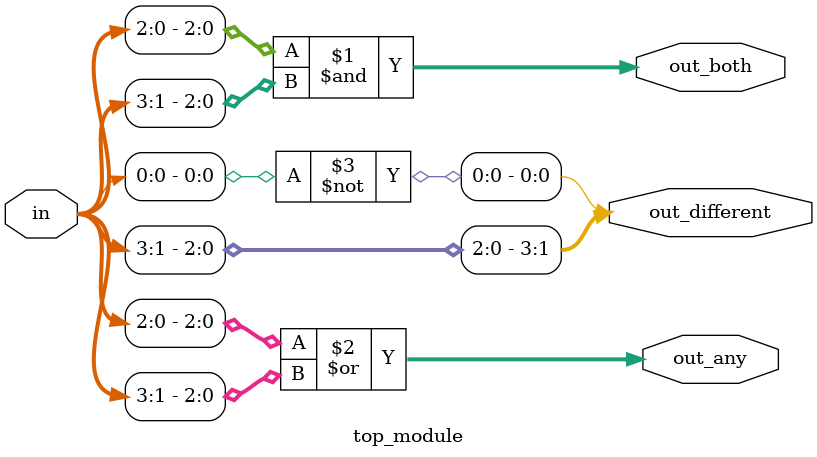
<source format=sv>
module top_module (
    input [3:0] in,
    output [2:0] out_both,
    output [3:1] out_any,
    output [3:0] out_different
);

    assign out_both = in[2:0] & in[3:1];
    assign out_any = in[2:0] | in[3:1];
    assign out_different = {in[3:1], ~in[0]};

endmodule

</source>
